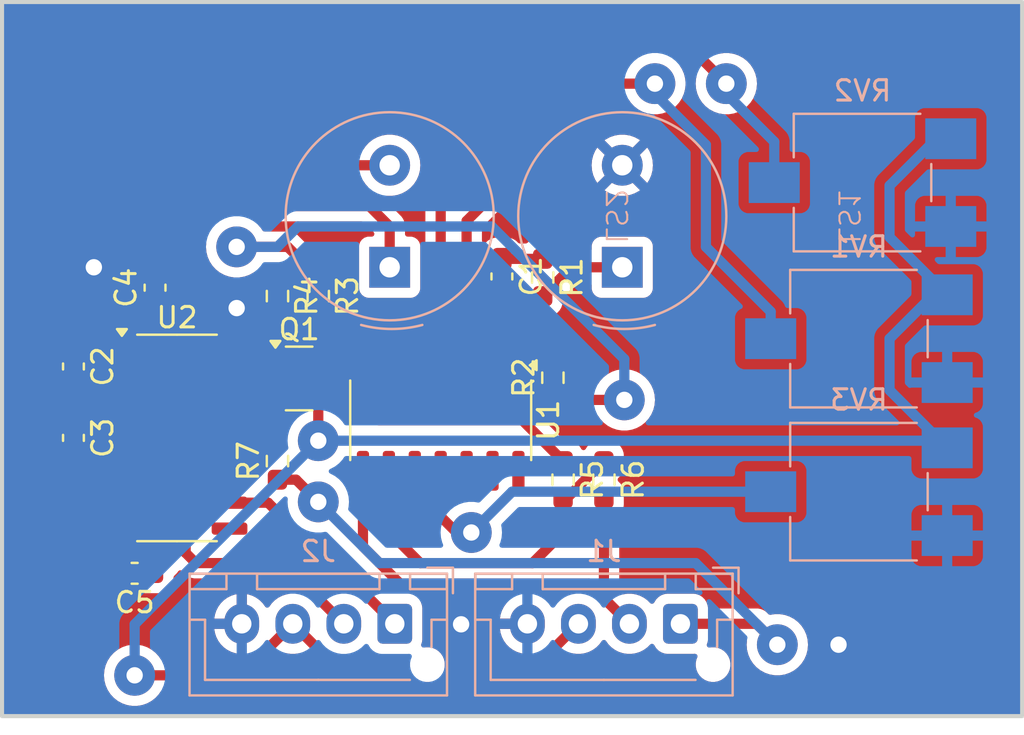
<source format=kicad_pcb>
(kicad_pcb (version 20240108) (generator "pcbnew") (generator_version "8.0")
  (layers (0 "F.Cu" signal) (31 "B.Cu" signal) (34 "B.Paste" user) (35 "F.Paste" user) (36 "B.SilkS" user "B.Silkscreen") (37 "F.SilkS" user "F.Silkscreen") (38 "B.Mask" user) (39 "F.Mask" user) (44 "Edge.Cuts" user))
  (net 0 "")
  (net 1 "Net-(U1A--)")
  (net 2 "Net-(U2-C1+)")
  (net 3 "Net-(U2-C1-)")
  (net 4 "Net-(U2-C2-)")
  (net 5 "Net-(U2-C2+)")
  (net 6 "Net-(U2-VS+)")
  (net 7 "GNDREF")
  (net 8 "Net-(U2-VS-)")
  (net 9 "Net-(LS1-Pad1)")
  (net 10 "Net-(U2-T1OUT)")
  (net 11 "Net-(U2-T2OUT)")
  (net 12 "Net-(Q1-C)")
  (net 13 "Net-(R2-Pad1)")
  (net 14 "Net-(U1B--)")
  (net 15 "Net-(R4-Pad2)")
  (net 16 "Net-(U1C--)")
  (net 17 "EchoIn")
  (net 18 "Activate")
  (net 19 "+5V")
  (net 20 "Net-(U1A-+)")
  (net 21 "Net-(U1B-+)")
  (net 22 "Net-(U1C-+)")
  (net 26 "T-In")
  (net 28 "T+In")
  (net 29 "Net-(C1-Pad1)")
  (net 30 "Net-(Q1-B)")
  (footprint "Package_TO_SOT_SMD:SOT-23" (layer "F.Cu") (at 122.0625 80.95)
    (property "Reference" "Q1" (at 0 -2.4 0) (layer "F.SilkS"))
    (property "Value" "PNP")
    (fp_line (start 0 -1.56) (end -0.65 -1.56) (stroke (width 0.12)) (layer "F.SilkS"))
    (fp_line (start 0 -1.56) (end 0.65 -1.56) (stroke (width 0.12)) (layer "F.SilkS"))
    (fp_line (start 0 1.56) (end -0.65 1.56) (stroke (width 0.12)) (layer "F.SilkS"))
    (fp_line (start 0 1.56) (end 0.65 1.56) (stroke (width 0.12)) (layer "F.SilkS"))
    (fp_poly (pts (xy -1.1625 -1.51) (xy -1.4025 -1.84) (xy -0.9225 -1.84) (xy -1.1625 -1.51)) (stroke (width 0.12)) (fill solid) (layer "F.SilkS"))
    (pad "1" smd roundrect (at -0.9375 -0.95) (size 1.475 0.6) (layers "F.Cu" "F.Paste" "F.Mask") (net 12 "Net-(Q1-C)"))
    (pad "2" smd roundrect (at -0.9375 0.95) (size 1.475 0.6) (layers "F.Cu" "F.Paste" "F.Mask") (net 30 "Net-(Q1-B)"))
    (pad "3" smd roundrect (at 0.9375 0) (size 1.475 0.6) (layers "F.Cu" "F.Paste" "F.Mask") (net 19 "+5V"))
  )
  (footprint "Capacitor_SMD:C_0603_1608Metric_Pad1.08x0.95mm_HandSolder" (layer "F.Cu") (at 111 83.8625 -90)
    (property "Reference" "C3" (at 0 -1.43 90) (layer "F.SilkS"))
    (property "Value" "C")
    (fp_line (start -0.146267 0.51) (end 0.146267 0.51) (stroke (width 0.12)) (layer "F.SilkS"))
    (fp_line (start -0.146267 -0.51) (end 0.146267 -0.51) (stroke (width 0.12)) (layer "F.SilkS"))
    (pad "1" smd roundrect (at -0.8625 0 270) (size 1.075 0.95) (layers "F.Cu" "F.Paste" "F.Mask") (net 5 "Net-(U2-C2+)"))
    (pad "2" smd roundrect (at 0.8625 0 270) (size 1.075 0.95) (layers "F.Cu" "F.Paste" "F.Mask") (net 4 "Net-(U2-C2-)"))
  )
  (footprint "Resistor_SMD:R_0603_1608Metric_Pad0.98x0.95mm_HandSolder" (layer "F.Cu") (at 135 85.9125 -90)
    (property "Reference" "R5" (at 0 -1.43 90) (layer "F.SilkS"))
    (property "Value" "10k")
    (fp_line (start -0.254724 0.5225) (end 0.254724 0.5225) (stroke (width 0.12)) (layer "F.SilkS"))
    (fp_line (start -0.254724 -0.5225) (end 0.254724 -0.5225) (stroke (width 0.12)) (layer "F.SilkS"))
    (pad "1" smd roundrect (at -0.9125 0 270) (size 0.975 0.95) (layers "F.Cu" "F.Paste" "F.Mask") (net 15 "Net-(R4-Pad2)"))
    (pad "2" smd roundrect (at 0.9125 0 270) (size 0.975 0.95) (layers "F.Cu" "F.Paste" "F.Mask") (net 16 "Net-(U1C--)"))
  )
  (footprint "Resistor_SMD:R_0603_1608Metric_Pad0.98x0.95mm_HandSolder" (layer "F.Cu") (at 134.5 80.9125 90)
    (property "Reference" "R2" (at 0 -1.43 90) (layer "F.SilkS"))
    (property "Value" "100k")
    (fp_line (start -0.254724 -0.5225) (end 0.254724 -0.5225) (stroke (width 0.12)) (layer "F.SilkS"))
    (fp_line (start -0.254724 0.5225) (end 0.254724 0.5225) (stroke (width 0.12)) (layer "F.SilkS"))
    (pad "1" smd roundrect (at -0.9125 0 90) (size 0.975 0.95) (layers "F.Cu" "F.Paste" "F.Mask") (net 13 "Net-(R2-Pad1)"))
    (pad "2" smd roundrect (at 0.9125 0 90) (size 0.975 0.95) (layers "F.Cu" "F.Paste" "F.Mask") (net 1 "Net-(U1A--)"))
  )
  (footprint "Resistor_SMD:R_0603_1608Metric_Pad0.98x0.95mm_HandSolder" (layer "F.Cu") (at 137 85.9125 -90)
    (property "Reference" "R6" (at 0 -1.43 90) (layer "F.SilkS"))
    (property "Value" "100k")
    (fp_line (start -0.254724 0.5225) (end 0.254724 0.5225) (stroke (width 0.12)) (layer "F.SilkS"))
    (fp_line (start -0.254724 -0.5225) (end 0.254724 -0.5225) (stroke (width 0.12)) (layer "F.SilkS"))
    (pad "1" smd roundrect (at -0.9125 0 270) (size 0.975 0.95) (layers "F.Cu" "F.Paste" "F.Mask") (net 16 "Net-(U1C--)"))
    (pad "2" smd roundrect (at 0.9125 0 270) (size 0.975 0.95) (layers "F.Cu" "F.Paste" "F.Mask") (net 17 "EchoIn"))
  )
  (footprint "Resistor_SMD:R_0603_1608Metric_Pad0.98x0.95mm_HandSolder" (layer "F.Cu") (at 121 85 90)
    (property "Reference" "R7" (at 0 -1.43 90) (layer "F.SilkS"))
    (property "Value" "R")
    (fp_line (start -0.254724 -0.5225) (end 0.254724 -0.5225) (stroke (width 0.12)) (layer "F.SilkS"))
    (fp_line (start -0.254724 0.5225) (end 0.254724 0.5225) (stroke (width 0.12)) (layer "F.SilkS"))
    (pad "1" smd roundrect (at -0.9125 0 90) (size 0.975 0.95) (layers "F.Cu" "F.Paste" "F.Mask") (net 18 "Activate"))
    (pad "2" smd roundrect (at 0.9125 0 90) (size 0.975 0.95) (layers "F.Cu" "F.Paste" "F.Mask") (net 30 "Net-(Q1-B)"))
  )
  (footprint "Resistor_SMD:R_0603_1608Metric_Pad0.98x0.95mm_HandSolder" (layer "F.Cu") (at 123 76.9125 -90)
    (property "Reference" "R3" (at 0 -1.43 90) (layer "F.SilkS"))
    (property "Value" "10k")
    (fp_line (start -0.254724 0.5225) (end 0.254724 0.5225) (stroke (width 0.12)) (layer "F.SilkS"))
    (fp_line (start -0.254724 -0.5225) (end 0.254724 -0.5225) (stroke (width 0.12)) (layer "F.SilkS"))
    (pad "1" smd roundrect (at -0.9125 0 270) (size 0.975 0.95) (layers "F.Cu" "F.Paste" "F.Mask") (net 13 "Net-(R2-Pad1)"))
    (pad "2" smd roundrect (at 0.9125 0 270) (size 0.975 0.95) (layers "F.Cu" "F.Paste" "F.Mask") (net 14 "Net-(U1B--)"))
  )
  (footprint "Resistor_SMD:R_0603_1608Metric_Pad0.98x0.95mm_HandSolder" (layer "F.Cu") (at 134 76 -90)
    (property "Reference" "R1" (at 0 -1.43 90) (layer "F.SilkS"))
    (property "Value" "10k")
    (fp_line (start -0.254724 0.5225) (end 0.254724 0.5225) (stroke (width 0.12)) (layer "F.SilkS"))
    (fp_line (start -0.254724 -0.5225) (end 0.254724 -0.5225) (stroke (width 0.12)) (layer "F.SilkS"))
    (pad "1" smd roundrect (at -0.9125 0 270) (size 0.975 0.95) (layers "F.Cu" "F.Paste" "F.Mask") (net 29 "Net-(C1-Pad1)"))
    (pad "2" smd roundrect (at 0.9125 0 270) (size 0.975 0.95) (layers "F.Cu" "F.Paste" "F.Mask") (net 9 "Net-(LS1-Pad1)"))
  )
  (footprint "Package_SO:SO-16_3.9x9.9mm_P1.27mm" (layer "F.Cu") (at 116.075 83.865)
    (property "Reference" "U2" (at 0 -5.9 0) (layer "F.SilkS"))
    (property "Value" "MAX232")
    (fp_line (start 0 -5.06) (end -1.95 -5.06) (stroke (width 0.12)) (layer "F.SilkS"))
    (fp_line (start 0 -5.06) (end 1.95 -5.06) (stroke (width 0.12)) (layer "F.SilkS"))
    (fp_line (start 0 5.06) (end -1.95 5.06) (stroke (width 0.12)) (layer "F.SilkS"))
    (fp_line (start 0 5.06) (end 1.95 5.06) (stroke (width 0.12)) (layer "F.SilkS"))
    (fp_poly (pts (xy -2.7 -5.005) (xy -2.94 -5.335) (xy -2.46 -5.335) (xy -2.7 -5.005)) (stroke (width 0.12)) (fill solid) (layer "F.SilkS"))
    (pad "1" smd roundrect (at -2.575 -4.445) (size 1.75 0.6) (layers "F.Cu" "F.Paste" "F.Mask") (net 2 "Net-(U2-C1+)"))
    (pad "2" smd roundrect (at -2.575 -3.175) (size 1.75 0.6) (layers "F.Cu" "F.Paste" "F.Mask") (net 6 "Net-(U2-VS+)"))
    (pad "3" smd roundrect (at -2.575 -1.905) (size 1.75 0.6) (layers "F.Cu" "F.Paste" "F.Mask") (net 3 "Net-(U2-C1-)"))
    (pad "4" smd roundrect (at -2.575 -0.635) (size 1.75 0.6) (layers "F.Cu" "F.Paste" "F.Mask") (net 5 "Net-(U2-C2+)"))
    (pad "5" smd roundrect (at -2.575 0.635) (size 1.75 0.6) (layers "F.Cu" "F.Paste" "F.Mask") (net 4 "Net-(U2-C2-)"))
    (pad "6" smd roundrect (at -2.575 1.905) (size 1.75 0.6) (layers "F.Cu" "F.Paste" "F.Mask") (net 8 "Net-(U2-VS-)"))
    (pad "7" smd roundrect (at -2.575 3.175) (size 1.75 0.6) (layers "F.Cu" "F.Paste" "F.Mask") (net 11 "Net-(U2-T2OUT)"))
    (pad "8" smd roundrect (at -2.575 4.445) (size 1.75 0.6) (layers "F.Cu" "F.Paste" "F.Mask"))
    (pad "9" smd roundrect (at 2.575 4.445) (size 1.75 0.6) (layers "F.Cu" "F.Paste" "F.Mask"))
    (pad "10" smd roundrect (at 2.575 3.175) (size 1.75 0.6) (layers "F.Cu" "F.Paste" "F.Mask") (net 28 "T+In"))
    (pad "11" smd roundrect (at 2.575 1.905) (size 1.75 0.6) (layers "F.Cu" "F.Paste" "F.Mask") (net 26 "T-In"))
    (pad "12" smd roundrect (at 2.575 0.635) (size 1.75 0.6) (layers "F.Cu" "F.Paste" "F.Mask"))
    (pad "13" smd roundrect (at 2.575 -0.635) (size 1.75 0.6) (layers "F.Cu" "F.Paste" "F.Mask"))
    (pad "14" smd roundrect (at 2.575 -1.905) (size 1.75 0.6) (layers "F.Cu" "F.Paste" "F.Mask") (net 10 "Net-(U2-T1OUT)"))
    (pad "15" smd roundrect (at 2.575 -3.175) (size 1.75 0.6) (layers "F.Cu" "F.Paste" "F.Mask") (net 7 "GNDREF"))
    (pad "16" smd roundrect (at 2.575 -4.445) (size 1.75 0.6) (layers "F.Cu" "F.Paste" "F.Mask") (net 12 "Net-(Q1-C)"))
  )
  (footprint "Capacitor_SMD:C_0603_1608Metric_Pad1.08x0.95mm_HandSolder" (layer "F.Cu") (at 111 80.3625 -90)
    (property "Reference" "C2" (at 0 -1.43 90) (layer "F.SilkS"))
    (property "Value" "C")
    (fp_line (start -0.146267 0.51) (end 0.146267 0.51) (stroke (width 0.12)) (layer "F.SilkS"))
    (fp_line (start -0.146267 -0.51) (end 0.146267 -0.51) (stroke (width 0.12)) (layer "F.SilkS"))
    (pad "1" smd roundrect (at -0.8625 0 270) (size 1.075 0.95) (layers "F.Cu" "F.Paste" "F.Mask") (net 2 "Net-(U2-C1+)"))
    (pad "2" smd roundrect (at 0.8625 0 270) (size 1.075 0.95) (layers "F.Cu" "F.Paste" "F.Mask") (net 3 "Net-(U2-C1-)"))
  )
  (footprint "Resistor_SMD:R_0603_1608Metric_Pad0.98x0.95mm_HandSolder" (layer "F.Cu") (at 121 76.9125 -90)
    (property "Reference" "R4" (at 0 -1.43 90) (layer "F.SilkS"))
    (property "Value" "100k")
    (fp_line (start -0.254724 0.5225) (end 0.254724 0.5225) (stroke (width 0.12)) (layer "F.SilkS"))
    (fp_line (start -0.254724 -0.5225) (end 0.254724 -0.5225) (stroke (width 0.12)) (layer "F.SilkS"))
    (pad "1" smd roundrect (at -0.9125 0 270) (size 0.975 0.95) (layers "F.Cu" "F.Paste" "F.Mask") (net 14 "Net-(U1B--)"))
    (pad "2" smd roundrect (at 0.9125 0 270) (size 0.975 0.95) (layers "F.Cu" "F.Paste" "F.Mask") (net 15 "Net-(R4-Pad2)"))
  )
  (footprint "Capacitor_SMD:C_0603_1608Metric_Pad1.08x0.95mm_HandSolder" (layer "F.Cu") (at 132 75.95 -90)
    (property "Reference" "C1" (at 0 -1.43 90) (layer "F.SilkS"))
    (property "Value" "10nF")
    (fp_line (start -0.146267 0.51) (end 0.146267 0.51) (stroke (width 0.12)) (layer "F.SilkS"))
    (fp_line (start -0.146267 -0.51) (end 0.146267 -0.51) (stroke (width 0.12)) (layer "F.SilkS"))
    (pad "1" smd roundrect (at -0.8625 0 270) (size 1.075 0.95) (layers "F.Cu" "F.Paste" "F.Mask") (net 29 "Net-(C1-Pad1)"))
    (pad "2" smd roundrect (at 0.8625 0 270) (size 1.075 0.95) (layers "F.Cu" "F.Paste" "F.Mask") (net 1 "Net-(U1A--)"))
  )
  (footprint "Package_SO:SOIC-14_3.9x8.7mm_P1.27mm" (layer "F.Cu") (at 129 83 -90)
    (property "Reference" "U1" (at 0 -5.28 90) (layer "F.SilkS"))
    (property "Value" "LM324")
    (fp_line (start 0 4.435) (end -1.95 4.435) (stroke (width 0.12)) (layer "F.SilkS"))
    (fp_line (start 0 4.435) (end 1.95 4.435) (stroke (width 0.12)) (layer "F.SilkS"))
    (fp_line (start 0 -4.435) (end -1.95 -4.435) (stroke (width 0.12)) (layer "F.SilkS"))
    (fp_line (start 0 -4.435) (end 1.95 -4.435) (stroke (width 0.12)) (layer "F.SilkS"))
    (fp_poly (pts (xy -2.7 -4.37) (xy -2.94 -4.7) (xy -2.46 -4.7) (xy -2.7 -4.37)) (stroke (width 0.12)) (fill solid) (layer "F.SilkS"))
    (pad "1" smd roundrect (at -2.475 -3.81 270) (size 1.95 0.6) (layers "F.Cu" "F.Paste" "F.Mask") (net 13 "Net-(R2-Pad1)"))
    (pad "2" smd roundrect (at -2.475 -2.54 270) (size 1.95 0.6) (layers "F.Cu" "F.Paste" "F.Mask") (net 1 "Net-(U1A--)"))
    (pad "3" smd roundrect (at -2.475 -1.27 270) (size 1.95 0.6) (layers "F.Cu" "F.Paste" "F.Mask") (net 20 "Net-(U1A-+)"))
    (pad "4" smd roundrect (at -2.475 0 270) (size 1.95 0.6) (layers "F.Cu" "F.Paste" "F.Mask"))
    (pad "5" smd roundrect (at -2.475 1.27 270) (size 1.95 0.6) (layers "F.Cu" "F.Paste" "F.Mask") (net 21 "Net-(U1B-+)"))
    (pad "6" smd roundrect (at -2.475 2.54 270) (size 1.95 0.6) (layers "F.Cu" "F.Paste" "F.Mask") (net 14 "Net-(U1B--)"))
    (pad "7" smd roundrect (at -2.475 3.81 270) (size 1.95 0.6) (layers "F.Cu" "F.Paste" "F.Mask") (net 15 "Net-(R4-Pad2)"))
    (pad "8" smd roundrect (at 2.475 3.81 270) (size 1.95 0.6) (layers "F.Cu" "F.Paste" "F.Mask") (net 17 "EchoIn"))
    (pad "9" smd roundrect (at 2.475 2.54 270) (size 1.95 0.6) (layers "F.Cu" "F.Paste" "F.Mask") (net 16 "Net-(U1C--)"))
    (pad "10" smd roundrect (at 2.475 1.27 270) (size 1.95 0.6) (layers "F.Cu" "F.Paste" "F.Mask") (net 22 "Net-(U1C-+)"))
    (pad "11" smd roundrect (at 2.475 0 270) (size 1.95 0.6) (layers "F.Cu" "F.Paste" "F.Mask"))
    (pad "12" smd roundrect (at 2.475 -1.27 270) (size 1.95 0.6) (layers "F.Cu" "F.Paste" "F.Mask"))
    (pad "13" smd roundrect (at 2.475 -2.54 270) (size 1.95 0.6) (layers "F.Cu" "F.Paste" "F.Mask"))
    (pad "14" smd roundrect (at 2.475 -3.81 270) (size 1.95 0.6) (layers "F.Cu" "F.Paste" "F.Mask"))
  )
  (footprint "Capacitor_SMD:C_0603_1608Metric_Pad1.08x0.95mm_HandSolder" (layer "F.Cu") (at 114 90.5 180)
    (property "Reference" "C5" (at 0 -1.43 360) (layer "F.SilkS"))
    (property "Value" "C")
    (fp_line (start -0.146267 0.51) (end 0.146267 0.51) (stroke (width 0.12)) (layer "F.SilkS"))
    (fp_line (start -0.146267 -0.51) (end 0.146267 -0.51) (stroke (width 0.12)) (layer "F.SilkS"))
    (pad "1" smd roundrect (at -0.8625 0 180) (size 1.075 0.95) (layers "F.Cu" "F.Paste" "F.Mask") (net 8 "Net-(U2-VS-)"))
    (pad "2" smd roundrect (at 0.8625 0 180) (size 1.075 0.95) (layers "F.Cu" "F.Paste" "F.Mask") (net 7 "GNDREF"))
  )
  (footprint "Capacitor_SMD:C_0603_1608Metric_Pad1.08x0.95mm_HandSolder" (layer "F.Cu") (at 115 76.5 90)
    (property "Reference" "C4" (at 0 -1.43 90) (layer "F.SilkS"))
    (property "Value" "C")
    (fp_line (start -0.146267 -0.51) (end 0.146267 -0.51) (stroke (width 0.12)) (layer "F.SilkS"))
    (fp_line (start -0.146267 0.51) (end 0.146267 0.51) (stroke (width 0.12)) (layer "F.SilkS"))
    (pad "1" smd roundrect (at -0.8625 0 90) (size 1.075 0.95) (layers "F.Cu" "F.Paste" "F.Mask") (net 6 "Net-(U2-VS+)"))
    (pad "2" smd roundrect (at 0.8625 0 90) (size 1.075 0.95) (layers "F.Cu" "F.Paste" "F.Mask") (net 7 "GNDREF"))
  )
  (footprint "Connector_JST:JST_XH_B4B-XH-AM_1x04_P2.50mm_Vertical" (layer "B.Cu") (at 140.75 92.975 180)
    (property "Reference" "J1" (at 3.75 3.55 0) (layer "B.SilkS") (effects (justify mirror)))
    (property "Value" "Conn_01x04")
    (fp_line (start 10.06 2.46) (end 10.06 -3.51) (stroke (width 0.12)) (layer "B.SilkS"))
    (fp_line (start 10.06 -3.51) (end -2.56 -3.51) (stroke (width 0.12)) (layer "B.SilkS"))
    (fp_line (start 10.05 2.45) (end 10.05 1.7) (stroke (width 0.12)) (layer "B.SilkS"))
    (fp_line (start 10.05 1.7) (end 8.25 1.7) (stroke (width 0.12)) (layer "B.SilkS"))
    (fp_line (start 9.3 0.2) (end 10.05 0.2) (stroke (width 0.12)) (layer "B.SilkS"))
    (fp_line (start 9.3 -2.75) (end 9.3 0.2) (stroke (width 0.12)) (layer "B.SilkS"))
    (fp_line (start 8.25 2.45) (end 10.05 2.45) (stroke (width 0.12)) (layer "B.SilkS"))
    (fp_line (start 8.25 1.7) (end 8.25 2.45) (stroke (width 0.12)) (layer "B.SilkS"))
    (fp_line (start 6.75 2.45) (end 6.75 1.7) (stroke (width 0.12)) (layer "B.SilkS"))
    (fp_line (start 6.75 1.7) (end 0.75 1.7) (stroke (width 0.12)) (layer "B.SilkS"))
    (fp_line (start 3.75 -2.75) (end 9.3 -2.75) (stroke (width 0.12)) (layer "B.SilkS"))
    (fp_line (start 0.75 2.45) (end 6.75 2.45) (stroke (width 0.12)) (layer "B.SilkS"))
    (fp_line (start 0.75 1.7) (end 0.75 2.45) (stroke (width 0.12)) (layer "B.SilkS"))
    (fp_line (start -0.74 -2.75) (end 3.75 -2.75) (stroke (width 0.12)) (layer "B.SilkS"))
    (fp_line (start -0.75 2.45) (end -0.75 1.7) (stroke (width 0.12)) (layer "B.SilkS"))
    (fp_line (start -0.75 1.7) (end -2.55 1.7) (stroke (width 0.12)) (layer "B.SilkS"))
    (fp_line (start -1.8 0.2) (end -2.55 0.2) (stroke (width 0.12)) (layer "B.SilkS"))
    (fp_line (start -1.8 -1.14) (end -1.8 0.2) (stroke (width 0.12)) (layer "B.SilkS"))
    (fp_line (start -2.55 2.45) (end -0.75 2.45) (stroke (width 0.12)) (layer "B.SilkS"))
    (fp_line (start -2.55 1.7) (end -2.55 2.45) (stroke (width 0.12)) (layer "B.SilkS"))
    (fp_line (start -2.56 2.46) (end 10.06 2.46) (stroke (width 0.12)) (layer "B.SilkS"))
    (fp_line (start -2.56 -3.51) (end -2.56 2.46) (stroke (width 0.12)) (layer "B.SilkS"))
    (fp_line (start -2.85 2.75) (end -1.6 2.75) (stroke (width 0.12)) (layer "B.SilkS"))
    (fp_line (start -2.85 1.5) (end -2.85 2.75) (stroke (width 0.12)) (layer "B.SilkS"))
    (pad "" np_thru_hole circle (at -1.6 -2 180) (size 1.2 1.2) (drill 1.2) (layers "*.Cu" "*.Mask"))
    (pad "1" thru_hole roundrect (at 0 0 180) (size 1.7 1.95) (drill 0.95) (layers "*.Cu" "*.Mask") (roundrect_rratio 0.147059) (net 18 "Activate"))
    (pad "2" thru_hole oval (at 2.5 0 180) (size 1.7 1.95) (drill 0.95) (layers "*.Cu" "*.Mask") (net 17 "EchoIn"))
    (pad "3" thru_hole oval (at 5 0 180) (size 1.7 1.95) (drill 0.95) (layers "*.Cu" "*.Mask") (net 19 "+5V"))
    (pad "4" thru_hole oval (at 7.5 0 180) (size 1.7 1.95) (drill 0.95) (layers "*.Cu" "*.Mask") (net 7 "GNDREF"))
  )
  (footprint "Potentiometer_SMD:Potentiometer_ACP_CA6-VSMD_Vertical" (layer "B.Cu") (at 149.5 86.5 180)
    (property "Reference" "RV3" (at 0 4.5 0) (layer "B.SilkS") (effects (justify mirror)))
    (property "Value" "5k")
    (fp_line (start 3.37 3.371) (end -2.834 3.371) (stroke (width 0.12)) (layer "B.SilkS"))
    (fp_line (start 3.37 1.24) (end 3.37 3.371) (stroke (width 0.12)) (layer "B.SilkS"))
    (fp_line (start 3.37 -3.37) (end 3.37 -1.24) (stroke (width 0.12)) (layer "B.SilkS"))
    (fp_line (start 3.37 -3.37) (end -2.834 -3.37) (stroke (width 0.12)) (layer "B.SilkS"))
    (fp_line (start -3.37 -0.91) (end -3.37 0.909) (stroke (width 0.12)) (layer "B.SilkS"))
    (pad "1" smd rect (at -4.325 -2.15 180) (size 2.5 2) (layers "B.Cu" "B.Paste" "B.Mask") (net 7 "GNDREF"))
    (pad "2" smd rect (at 4.325 0 180) (size 2.5 2) (layers "B.Cu" "B.Paste" "B.Mask") (net 22 "Net-(U1C-+)"))
    (pad "3" smd rect (at -4.325 2.15 180) (size 2.5 2) (layers "B.Cu" "B.Paste" "B.Mask") (net 19 "+5V"))
  )
  (footprint "Potentiometer_SMD:Potentiometer_ACP_CA6-VSMD_Vertical" (layer "B.Cu") (at 149.5 79 180)
    (property "Reference" "RV1" (at 0 4.5 0) (layer "B.SilkS") (effects (justify mirror)))
    (property "Value" "5k")
    (fp_line (start 3.37 3.371) (end -2.834 3.371) (stroke (width 0.12)) (layer "B.SilkS"))
    (fp_line (start 3.37 1.24) (end 3.37 3.371) (stroke (width 0.12)) (layer "B.SilkS"))
    (fp_line (start 3.37 -3.37) (end 3.37 -1.24) (stroke (width 0.12)) (layer "B.SilkS"))
    (fp_line (start 3.37 -3.37) (end -2.834 -3.37) (stroke (width 0.12)) (layer "B.SilkS"))
    (fp_line (start -3.37 -0.91) (end -3.37 0.909) (stroke (width 0.12)) (layer "B.SilkS"))
    (pad "1" smd rect (at -4.325 -2.15 180) (size 2.5 2) (layers "B.Cu" "B.Paste" "B.Mask") (net 7 "GNDREF"))
    (pad "2" smd rect (at 4.325 0 180) (size 2.5 2) (layers "B.Cu" "B.Paste" "B.Mask") (net 20 "Net-(U1A-+)"))
    (pad "3" smd rect (at -4.325 2.15 180) (size 2.5 2) (layers "B.Cu" "B.Paste" "B.Mask") (net 19 "+5V"))
  )
  (footprint "Library:TR4010R-T" (layer "B.Cu") (at 138 73 90)
    (property "Reference" "LS1" (at 0 11 -90) (layer "B.SilkS") (effects (font (thickness 0.1)) (justify mirror)))
    (property "Value" "Microphone")
    (fp_arc (start -5.326569 1.499999) (mid -5.524048 0) (end -5.326569 -1.5) (stroke (width 0.12)) (layer "B.SilkS"))
    (fp_circle (center 0 -0.1) (end 5.1 -0.1) (stroke (width 0.12)) (fill none) (layer "B.SilkS"))
    (pad "1" thru_hole rect (at -2.5 -0.1 90) (size 2 2) (drill 1) (layers "*.Cu" "*.Mask") (net 9 "Net-(LS1-Pad1)"))
    (pad "2" thru_hole circle (at 2.5 -0.1 90) (size 2 2) (drill 1) (layers "*.Cu" "*.Mask") (net 7 "GNDREF"))
  )
  (footprint "Potentiometer_SMD:Potentiometer_ACP_CA6-VSMD_Vertical" (layer "B.Cu") (at 149.675 71.35 180)
    (property "Reference" "RV2" (at 0 4.5 0) (layer "B.SilkS") (effects (justify mirror)))
    (property "Value" "5k")
    (fp_line (start 3.37 3.371) (end -2.834 3.371) (stroke (width 0.12)) (layer "B.SilkS"))
    (fp_line (start 3.37 1.24) (end 3.37 3.371) (stroke (width 0.12)) (layer "B.SilkS"))
    (fp_line (start 3.37 -3.37) (end 3.37 -1.24) (stroke (width 0.12)) (layer "B.SilkS"))
    (fp_line (start 3.37 -3.37) (end -2.834 -3.37) (stroke (width 0.12)) (layer "B.SilkS"))
    (fp_line (start -3.37 -0.91) (end -3.37 0.909) (stroke (width 0.12)) (layer "B.SilkS"))
    (pad "1" smd rect (at -4.325 -2.15 180) (size 2.5 2) (layers "B.Cu" "B.Paste" "B.Mask") (net 7 "GNDREF"))
    (pad "2" smd rect (at 4.325 0 180) (size 2.5 2) (layers "B.Cu" "B.Paste" "B.Mask") (net 21 "Net-(U1B-+)"))
    (pad "3" smd rect (at -4.325 2.15 180) (size 2.5 2) (layers "B.Cu" "B.Paste" "B.Mask") (net 19 "+5V"))
  )
  (footprint "Library:TR4010R-T" (layer "B.Cu") (at 126.6 73 90)
    (property "Reference" "LS2" (at 0 11 -90) (layer "B.SilkS") (effects (font (thickness 0.1)) (justify mirror)))
    (property "Value" "Speaker")
    (fp_arc (start -5.326569 1.499999) (mid -5.524048 0) (end -5.326569 -1.5) (stroke (width 0.12)) (layer "B.SilkS"))
    (fp_circle (center 0 -0.1) (end 5.1 -0.1) (stroke (width 0.12)) (fill none) (layer "B.SilkS"))
    (pad "1" thru_hole rect (at -2.5 -0.1 90) (size 2 2) (drill 1) (layers "*.Cu" "*.Mask") (net 10 "Net-(U2-T1OUT)"))
    (pad "2" thru_hole circle (at 2.5 -0.1 90) (size 2 2) (drill 1) (layers "*.Cu" "*.Mask") (net 11 "Net-(U2-T2OUT)"))
  )
  (footprint "Connector_JST:JST_XH_B4B-XH-AM_1x04_P2.50mm_Vertical" (layer "B.Cu") (at 126.75 92.975 180)
    (property "Reference" "J2" (at 3.75 3.55 0) (layer "B.SilkS") (effects (justify mirror)))
    (property "Value" "Conn_01x04")
    (fp_line (start 10.06 2.46) (end 10.06 -3.51) (stroke (width 0.12)) (layer "B.SilkS"))
    (fp_line (start 10.06 -3.51) (end -2.56 -3.51) (stroke (width 0.12)) (layer "B.SilkS"))
    (fp_line (start 10.05 2.45) (end 10.05 1.7) (stroke (width 0.12)) (layer "B.SilkS"))
    (fp_line (start 10.05 1.7) (end 8.25 1.7) (stroke (width 0.12)) (layer "B.SilkS"))
    (fp_line (start 9.3 0.2) (end 10.05 0.2) (stroke (width 0.12)) (layer "B.SilkS"))
    (fp_line (start 9.3 -2.75) (end 9.3 0.2) (stroke (width 0.12)) (layer "B.SilkS"))
    (fp_line (start 8.25 2.45) (end 10.05 2.45) (stroke (width 0.12)) (layer "B.SilkS"))
    (fp_line (start 8.25 1.7) (end 8.25 2.45) (stroke (width 0.12)) (layer "B.SilkS"))
    (fp_line (start 6.75 2.45) (end 6.75 1.7) (stroke (width 0.12)) (layer "B.SilkS"))
    (fp_line (start 6.75 1.7) (end 0.75 1.7) (stroke (width 0.12)) (layer "B.SilkS"))
    (fp_line (start 3.75 -2.75) (end 9.3 -2.75) (stroke (width 0.12)) (layer "B.SilkS"))
    (fp_line (start 0.75 2.45) (end 6.75 2.45) (stroke (width 0.12)) (layer "B.SilkS"))
    (fp_line (start 0.75 1.7) (end 0.75 2.45) (stroke (width 0.12)) (layer "B.SilkS"))
    (fp_line (start -0.74 -2.75) (end 3.75 -2.75) (stroke (width 0.12)) (layer "B.SilkS"))
    (fp_line (start -0.75 2.45) (end -0.75 1.7) (stroke (width 0.12)) (layer "B.SilkS"))
    (fp_line (start -0.75 1.7) (end -2.55 1.7) (stroke (width 0.12)) (layer "B.SilkS"))
    (fp_line (start -1.8 0.2) (end -2.55 0.2) (stroke (width 0.12)) (layer "B.SilkS"))
    (fp_line (start -1.8 -1.14) (end -1.8 0.2) (stroke (width 0.12)) (layer "B.SilkS"))
    (fp_line (start -2.55 2.45) (end -0.75 2.45) (stroke (width 0.12)) (layer "B.SilkS"))
    (fp_line (start -2.55 1.7) (end -2.55 2.45) (stroke (width 0.12)) (layer "B.SilkS"))
    (fp_line (start -2.56 2.46) (end 10.06 2.46) (stroke (width 0.12)) (layer "B.SilkS"))
    (fp_line (start -2.56 -3.51) (end -2.56 2.46) (stroke (width 0.12)) (layer "B.SilkS"))
    (fp_line (start -2.85 2.75) (end -1.6 2.75) (stroke (width 0.12)) (layer "B.SilkS"))
    (fp_line (start -2.85 1.5) (end -2.85 2.75) (stroke (width 0.12)) (layer "B.SilkS"))
    (pad "" np_thru_hole circle (at -1.6 -2 180) (size 1.2 1.2) (drill 1.2) (layers "*.Cu" "*.Mask"))
    (pad "1" thru_hole roundrect (at 0 0 180) (size 1.7 1.95) (drill 0.95) (layers "*.Cu" "*.Mask") (roundrect_rratio 0.147059) (net 28 "T+In"))
    (pad "2" thru_hole oval (at 2.5 0 180) (size 1.7 1.95) (drill 0.95) (layers "*.Cu" "*.Mask") (net 26 "T-In"))
    (pad "3" thru_hole oval (at 5 0 180) (size 1.7 1.95) (drill 0.95) (layers "*.Cu" "*.Mask") (net 19 "+5V"))
    (pad "4" thru_hole oval (at 7.5 0 180) (size 1.7 1.95) (drill 0.95) (layers "*.Cu" "*.Mask") (net 7 "GNDREF"))
  )
  (gr_rect (start 107.5 62.5) (end 157.5 97.5) (stroke (width 0.2)) (fill none) (layer "Edge.Cuts"))
  (segment (start 131.54 80.525) (end 131.54 77.2725) (width 0.5) (layer "F.Cu") (net 1))
  (segment (start 134.5 79.5) (end 133.5 78.5) (width 0.5) (layer "F.Cu") (net 1))
  (segment (start 131.54 77.2725) (end 132 76.8125) (width 0.5) (layer "F.Cu") (net 1))
  (segment (start 133.5 78.5) (end 132.590001 78.5) (width 0.5) (layer "F.Cu") (net 1))
  (segment (start 132.590001 78.5) (end 131.54 79.550001) (width 0.5) (layer "F.Cu") (net 1))
  (segment (start 131.54 79.550001) (end 131.54 80.525) (width 0.5) (layer "F.Cu") (net 1))
  (segment (start 134.5 80) (end 134.5 79.5) (width 0.5) (layer "F.Cu") (net 1))
  (segment (start 111.08 79.42) (end 111 79.5) (width 0.5) (layer "F.Cu") (net 2))
  (segment (start 113.5 79.42) (end 111.08 79.42) (width 0.5) (layer "F.Cu") (net 2))
  (segment (start 111.735 81.96) (end 111 81.225) (width 0.5) (layer "F.Cu") (net 3))
  (segment (start 113.5 81.96) (end 111.735 81.96) (width 0.5) (layer "F.Cu") (net 3))
  (segment (start 113.5 84.5) (end 111.225 84.5) (width 0.5) (layer "F.Cu") (net 4))
  (segment (start 111.225 84.5) (end 111 84.725) (width 0.5) (layer "F.Cu") (net 4))
  (segment (start 111.23 83.23) (end 111 83) (width 0.5) (layer "F.Cu") (net 5))
  (segment (start 113.5 83.23) (end 111.23 83.23) (width 0.5) (layer "F.Cu") (net 5))
  (segment (start 113.5 80.69) (end 114.374999 80.69) (width 0.5) (layer "F.Cu") (net 6))
  (segment (start 115.1375 79.927499) (end 115.1375 77.5) (width 0.5) (layer "F.Cu") (net 6))
  (segment (start 114.374999 80.69) (end 115.1375 79.927499) (width 0.5) (layer "F.Cu") (net 6))
  (segment (start 130.025 92.975) (end 130 93) (width 0.5) (layer "F.Cu") (net 7))
  (segment (start 117.5 77.5) (end 119 77.5) (width 0.5) (layer "F.Cu") (net 7))
  (segment (start 117 80) (end 117 78) (width 0.5) (layer "F.Cu") (net 7))
  (segment (start 112.1375 75.6375) (end 112 75.5) (width 0.5) (layer "F.Cu") (net 7))
  (segment (start 118.65 80.69) (end 117.69 80.69) (width 0.5) (layer "F.Cu") (net 7))
  (segment (start 117.69 80.69) (end 117 80) (width 0.5) (layer "F.Cu") (net 7))
  (segment (start 133.25 92.975) (end 130.025 92.975) (width 0.5) (layer "F.Cu") (net 7))
  (segment (start 148.5 94) (end 150 94) (width 0.5) (layer "F.Cu") (net 7))
  (segment (start 115 75.6375) (end 112.1375 75.6375) (width 0.5) (layer "F.Cu") (net 7))
  (segment (start 117 78) (end 117.5 77.5) (width 0.5) (layer "F.Cu") (net 7))
  (via (at 119 77.5) (size 2) (drill 0.8) (layers "F.Cu" "B.Cu") (net 7))
  (via (at 112 75.5) (size 2) (drill 0.8) (layers "F.Cu" "B.Cu") (net 7))
  (via (at 148.5 94) (size 2) (drill 0.8) (layers "F.Cu" "B.Cu") (net 7))
  (via (at 130 93) (size 2) (drill 0.8) (layers "F.Cu" "B.Cu") (net 7))
  (segment (start 148.5 94) (end 150 94) (width 0.5) (layer "B.Cu") (net 7))
  (segment (start 115.5 86.5) (end 114.77 85.77) (width 0.5) (layer "F.Cu") (net 8))
  (segment (start 114.77 85.77) (end 113.5 85.77) (width 0.5) (layer "F.Cu") (net 8))
  (segment (start 115.5 90) (end 115.5 86.5) (width 0.5) (layer "F.Cu") (net 8))
  (segment (start 115 90.5) (end 115.5 90) (width 0.5) (layer "F.Cu") (net 8))
  (segment (start 114.8625 90.5) (end 115 90.5) (width 0.5) (layer "F.Cu") (net 8))
  (segment (start 137.9 75.5) (end 135.4125 75.5) (width 0.5) (layer "F.Cu") (net 9))
  (segment (start 135.4125 75.5) (end 134 76.9125) (width 0.5) (layer "F.Cu") (net 9))
  (segment (start 116 74.5) (end 116 80.5) (width 0.5) (layer "F.Cu") (net 10))
  (segment (start 117.46 81.96) (end 118.65 81.96) (width 0.5) (layer "F.Cu") (net 10))
  (segment (start 126.5 73.5) (end 125.5 72.5) (width 0.5) (layer "F.Cu") (net 10))
  (segment (start 125.5 72.5) (end 118 72.5) (width 0.5) (layer "F.Cu") (net 10))
  (segment (start 118 72.5) (end 116 74.5) (width 0.5) (layer "F.Cu") (net 10))
  (segment (start 126.5 75.5) (end 126.5 73.5) (width 0.5) (layer "F.Cu") (net 10))
  (segment (start 116 80.5) (end 117.46 81.96) (width 0.5) (layer "F.Cu") (net 10))
  (segment (start 109 86) (end 109 73) (width 0.5) (layer "F.Cu") (net 11))
  (segment (start 113.5 87.04) (end 110.04 87.04) (width 0.5) (layer "F.Cu") (net 11))
  (segment (start 110.04 87.04) (end 109 86) (width 0.5) (layer "F.Cu") (net 11))
  (segment (start 109 73) (end 111.5 70.5) (width 0.5) (layer "F.Cu") (net 11))
  (segment (start 111.5 70.5) (end 126.5 70.5) (width 0.5) (layer "F.Cu") (net 11))
  (segment (start 118.65 79.42) (end 120.545 79.42) (width 0.5) (layer "F.Cu") (net 12))
  (segment (start 120.545 79.42) (end 121.125 80) (width 0.5) (layer "F.Cu") (net 12))
  (segment (start 134.11 81.825) (end 132.81 80.525) (width 0.5) (layer "F.Cu") (net 13))
  (segment (start 134.675 82) (end 134.5 81.825) (width 0.5) (layer "F.Cu") (net 13))
  (segment (start 121.5 74.5) (end 119 74.5) (width 0.5) (layer "F.Cu") (net 13))
  (segment (start 134.5 81.825) (end 134.11 81.825) (width 0.5) (layer "F.Cu") (net 13))
  (segment (start 123 76) (end 121.5 74.5) (width 0.5) (layer "F.Cu") (net 13))
  (segment (start 138 82) (end 134.675 82) (width 0.5) (layer "F.Cu") (net 13))
  (via (at 138 82) (size 2) (drill 0.8) (layers "F.Cu" "B.Cu") (net 13))
  (via (at 119 74.5) (size 2) (drill 0.8) (layers "F.Cu" "B.Cu") (net 13))
  (segment (start 122 73.5) (end 131.5 73.5) (width 0.5) (layer "B.Cu") (net 13))
  (segment (start 131.5 73.5) (end 138 80) (width 0.5) (layer "B.Cu") (net 13))
  (segment (start 121 74.5) (end 122 73.5) (width 0.5) (layer "B.Cu") (net 13))
  (segment (start 119 74.5) (end 121 74.5) (width 0.5) (layer "B.Cu") (net 13))
  (segment (start 138 80) (end 138 82) (width 0.5) (layer "B.Cu") (net 13))
  (segment (start 122.825 77.825) (end 121 76) (width 0.5) (layer "F.Cu") (net 14))
  (segment (start 123 77.825) (end 122.825 77.825) (width 0.5) (layer "F.Cu") (net 14))
  (segment (start 124.734999 77.825) (end 123 77.825) (width 0.5) (layer "F.Cu") (net 14))
  (segment (start 126.46 79.550001) (end 124.734999 77.825) (width 0.5) (layer "F.Cu") (net 14))
  (segment (start 126.46 80.525) (end 126.46 79.550001) (width 0.5) (layer "F.Cu") (net 14))
  (segment (start 125.19 80.525) (end 124.165 79.5) (width 0.5) (layer "F.Cu") (net 15))
  (segment (start 124.165 79.5) (end 122.675 79.5) (width 0.5) (layer "F.Cu") (net 15))
  (segment (start 122.675 79.5) (end 121 77.825) (width 0.5) (layer "F.Cu") (net 15))
  (segment (start 126 83) (end 125.19 82.19) (width 0.5) (layer "F.Cu") (net 15))
  (segment (start 135 85) (end 133 83) (width 0.5) (layer "F.Cu") (net 15))
  (segment (start 133 83) (end 126 83) (width 0.5) (layer "F.Cu") (net 15))
  (segment (start 125.19 82.19) (end 125.19 80.525) (width 0.5) (layer "F.Cu") (net 15))
  (segment (start 126.46 85.475) (end 126.46 88.46) (width 0.5) (layer "F.Cu") (net 16))
  (segment (start 135 88.5) (end 135 86.825) (width 0.5) (layer "F.Cu") (net 16))
  (segment (start 126.46 85.475) (end 126.46 86.449999) (width 0.5) (layer "F.Cu") (net 16))
  (segment (start 126.46 88.46) (end 128 90) (width 0.5) (layer "F.Cu") (net 16))
  (segment (start 128 90) (end 133.5 90) (width 0.5) (layer "F.Cu") (net 16))
  (segment (start 133.5 90) (end 135 88.5) (width 0.5) (layer "F.Cu") (net 16))
  (segment (start 126.46 86.449999) (end 126.5 86.489999) (width 0.5) (layer "F.Cu") (net 16))
  (segment (start 135 86.825) (end 135.175 86.825) (width 0.5) (layer "F.Cu") (net 16))
  (segment (start 135.175 86.825) (end 137 85) (width 0.5) (layer "F.Cu") (net 16))
  (segment (start 127 91) (end 126 90) (width 0.5) (layer "F.Cu") (net 17))
  (segment (start 125.19 85.475) (end 125.19 89.19) (width 0.5) (layer "F.Cu") (net 17))
  (segment (start 138.25 92.975) (end 136.275 91) (width 0.5) (layer "F.Cu") (net 17))
  (segment (start 136.275 91) (end 127 91) (width 0.5) (layer "F.Cu") (net 17))
  (segment (start 137 91.725) (end 138.25 92.975) (width 0.5) (layer "F.Cu") (net 17))
  (segment (start 125.19 89.19) (end 126 90) (width 0.5) (layer "F.Cu") (net 17))
  (segment (start 137 86.825) (end 137 91.725) (width 0.5) (layer "F.Cu") (net 17))
  (segment (start 121 85.9125) (end 121.9125 85.9125) (width 0.5) (layer "F.Cu") (net 18))
  (segment (start 140.75 92.975) (end 144.475 92.975) (width 0.5) (layer "F.Cu") (net 18))
  (segment (start 121.9125 85.9125) (end 123 87) (width 0.5) (layer "F.Cu") (net 18))
  (segment (start 144.475 92.975) (end 145.5 94) (width 0.5) (layer "F.Cu") (net 18))
  (via (at 123 87) (size 2) (drill 0.8) (layers "F.Cu" "B.Cu") (net 18))
  (via (at 145.5 94) (size 2) (drill 0.8) (layers "F.Cu" "B.Cu") (net 18))
  (segment (start 141.5 90) (end 126 90) (width 0.5) (layer "B.Cu") (net 18))
  (segment (start 126 90) (end 123 87) (width 0.5) (layer "B.Cu") (net 18))
  (segment (start 145.5 94) (end 141.5 90) (width 0.5) (layer "B.Cu") (net 18))
  (segment (start 132.65 96.075) (end 124.85 96.075) (width 0.5) (layer "F.Cu") (net 19))
  (segment (start 119.225 95.5) (end 114 95.5) (width 0.5) (layer "F.Cu") (net 19))
  (segment (start 124.85 96.075) (end 121.75 92.975) (width 0.5) (layer "F.Cu") (net 19))
  (segment (start 135.75 92.975) (end 132.65 96.075) (width 0.5) (layer "F.Cu") (net 19))
  (segment (start 121.75 92.975) (end 119.225 95.5) (width 0.5) (layer "F.Cu") (net 19))
  (segment (start 123 84) (end 123 80.95) (width 0.5) (layer "F.Cu") (net 19))
  (via (at 114 95.5) (size 2) (drill 0.8) (layers "F.Cu" "B.Cu") (net 19))
  (via (at 123 84) (size 2) (drill 0.8) (layers "F.Cu" "B.Cu") (net 19))
  (segment (start 114 95.5) (end 114 93) (width 0.5) (layer "B.Cu") (net 19))
  (segment (start 151 71.5) (end 153.3 69.2) (width 0.5) (layer "B.Cu") (net 19))
  (segment (start 153.825 84.35) (end 151 81.525) (width 0.5) (layer "B.Cu") (net 19))
  (segment (start 123 84) (end 153.475 84) (width 0.5) (layer "B.Cu") (net 19))
  (segment (start 151 74.025) (end 151 71.5) (width 0.5) (layer "B.Cu") (net 19))
  (segment (start 153.15 76.85) (end 153.825 76.85) (width 0.5) (layer "B.Cu") (net 19))
  (segment (start 153.825 76.85) (end 151 74.025) (width 0.5) (layer "B.Cu") (net 19))
  (segment (start 153.475 84) (end 153.825 84.35) (width 0.5) (layer "B.Cu") (net 19))
  (segment (start 114 93) (end 123 84) (width 0.5) (layer "B.Cu") (net 19))
  (segment (start 153.3 69.2) (end 154 69.2) (width 0.5) (layer "B.Cu") (net 19))
  (segment (start 151 79) (end 153.15 76.85) (width 0.5) (layer "B.Cu") (net 19))
  (segment (start 151 81.525) (end 151 79) (width 0.5) (layer "B.Cu") (net 19))
  (segment (start 130.27 73.23) (end 130.27 80.525) (width 0.5) (layer "F.Cu") (net 20))
  (segment (start 139.5 66.5) (end 137 66.5) (width 0.5) (layer "F.Cu") (net 20))
  (segment (start 137 66.5) (end 130.27 73.23) (width 0.5) (layer "F.Cu") (net 20))
  (via (at 139.5 66.5) (size 2) (drill 0.8) (layers "F.Cu" "B.Cu") (net 20))
  (segment (start 139.5 66.5) (end 139.5 67) (width 0.5) (layer "B.Cu") (net 20))
  (segment (start 142 74.5) (end 145.175 77.675) (width 0.5) (layer "B.Cu") (net 20))
  (segment (start 142 69.5) (end 142 74.5) (width 0.5) (layer "B.Cu") (net 20))
  (segment (start 139.5 67) (end 142 69.5) (width 0.5) (layer "B.Cu") (net 20))
  (segment (start 145.175 77.675) (end 145.175 79) (width 0.5) (layer "B.Cu") (net 20))
  (segment (start 127.73 78.77) (end 127.73 80.525) (width 0.5) (layer "F.Cu") (net 21))
  (segment (start 129 77.5) (end 127.73 78.77) (width 0.5) (layer "F.Cu") (net 21))
  (segment (start 137 64.5) (end 129 72.5) (width 0.5) (layer "F.Cu") (net 21))
  (segment (start 129 72.5) (end 129 77.5) (width 0.5) (layer "F.Cu") (net 21))
  (segment (start 141 64.5) (end 137 64.5) (width 0.5) (layer "F.Cu") (net 21))
  (segment (start 143 66.5) (end 141 64.5) (width 0.5) (layer "F.Cu") (net 21))
  (via (at 143 66.5) (size 2) (drill 0.8) (layers "F.Cu" "B.Cu") (net 21))
  (segment (start 143 66.5) (end 142.5 66.5) (width 0.5) (layer "B.Cu") (net 21))
  (segment (start 143 67) (end 145.35 69.35) (width 0.5) (layer "B.Cu") (net 21))
  (segment (start 145.35 69.35) (end 145.35 71.35) (width 0.5) (layer "B.Cu") (net 21))
  (segment (start 143 66.5) (end 143 67) (width 0.5) (layer "B.Cu") (net 21))
  (segment (start 127.73 86.449999) (end 129.780001 88.5) (width 0.5) (layer "F.Cu") (net 22))
  (segment (start 127.73 85.475) (end 127.73 86.449999) (width 0.5) (layer "F.Cu") (net 22))
  (segment (start 129.780001 88.5) (end 130.5 88.5) (width 0.5) (layer "F.Cu") (net 22))
  (via (at 130.5 88.5) (size 2) (drill 0.8) (layers "F.Cu" "B.Cu") (net 22))
  (segment (start 145.175 86.5) (end 132.5 86.5) (width 0.5) (layer "B.Cu") (net 22))
  (segment (start 132.5 86.5) (end 130.5 88.5) (width 0.5) (layer "B.Cu") (net 22))
  (segment (start 124.25 92.975) (end 121.275 90) (width 0.5) (layer "F.Cu") (net 26))
  (segment (start 118.65 85.77) (end 117.73 85.77) (width 0.5) (layer "F.Cu") (net 26))
  (segment (start 117.73 85.77) (end 116.5 87) (width 0.5) (layer "F.Cu") (net 26))
  (segment (start 117 90) (end 116.5 89.5) (width 0.5) (layer "F.Cu") (net 26))
  (segment (start 116.5 89.5) (end 116.5 87) (width 0.5) (layer "F.Cu") (net 26))
  (segment (start 121.275 90) (end 117 90) (width 0.5) (layer "F.Cu") (net 26))
  (segment (start 120.54 87.04) (end 118.65 87.04) (width 0.5) (layer "F.Cu") (net 28))
  (segment (start 126.75 92.975) (end 124.775 91) (width 0.5) (layer "F.Cu") (net 28))
  (segment (start 124.775 91) (end 124.5 91) (width 0.5) (layer "F.Cu") (net 28))
  (segment (start 126.75 92.975) (end 126.475 92.975) (width 0.5) (layer "F.Cu") (net 28))
  (segment (start 124.5 91) (end 120.54 87.04) (width 0.5) (layer "F.Cu") (net 28))
  (segment (start 132 75.0875) (end 134 75.0875) (width 0.5) (layer "F.Cu") (net 29))
  (segment (start 121.125 83.9625) (end 121 84.0875) (width 0.5) (layer "F.Cu") (net 30))
  (segment (start 121.125 81.9) (end 121.125 83.9625) (width 0.5) (layer "F.Cu") (net 30))
  (zone (net 7) (net_name "GNDREF") (layers "F&B.Cu") (priority 1) (connect_pads (clearance 0.5)) (min_thickness 0.25) (fill yes (thermal_gap 0.5) (thermal_bridge_width 0.5))
    (polygon (pts (xy 107.5 62.5) (xy 157.5 62.5) (xy 157.5 97.5) (xy 107.5 97.5)))
  )
)
</source>
